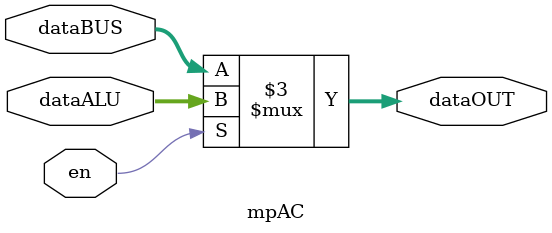
<source format=v>

module mpAC
(
input [15:0] dataBUS,
input [15:0] dataALU,
input en,
output reg [15:0] dataOUT
);

always@(*)
begin
if (en)
	dataOUT <= dataALU;
else
	dataOUT <= dataBUS;
end

endmodule
</source>
